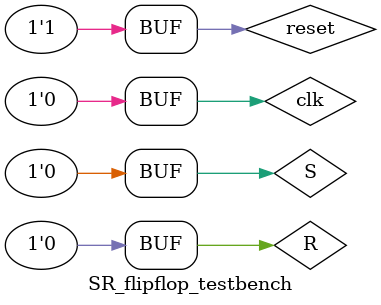
<source format=v>
`timescale 1ns / 1ps


module SR_flipflop_testbench;
    reg S,R,clk,reset;  wire Q,Qbar;
    SR_flipflop_design dut(S,R,clk,reset,Q,Qbar);
        initial begin
            clk = 0;
//            forever #5 clk = ~clk;
            repeat(20) #5 clk = ~clk;
        end
        initial begin
            reset = 0;
            S = 0; R = 0; #10;
            reset = 1;
            #10 {S,R} = 2'b01;
            #10 {S,R} = 2'b00;
            #10 {S,R} = 2'b10;
            #10 {S,R} = 2'b11;
            #10 {S,R} = 2'b00;
            #10 {S,R} = 2'b11;
            #10 {S,R} = 2'b10;
            #10 {S,R} = 2'b01;
            #10 {S,R} = 2'b00;
        end
endmodule
</source>
